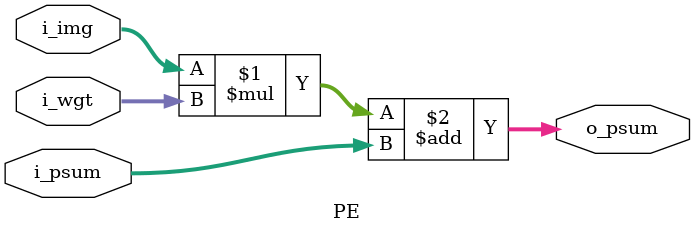
<source format=v>

module PE
#(parameter
	DATA_WIDTH = 8,
	OUT_WIDTH = 2*DATA_WIDTH + 3
	)
(
	input [DATA_WIDTH-1:0] i_img,
	input signed [DATA_WIDTH-1:0] i_wgt,
	input signed [OUT_WIDTH-1:0] i_psum,

	output wire signed [OUT_WIDTH-1:0] o_psum
	);


	assign  o_psum= i_img*i_wgt + i_psum;

endmodule
</source>
